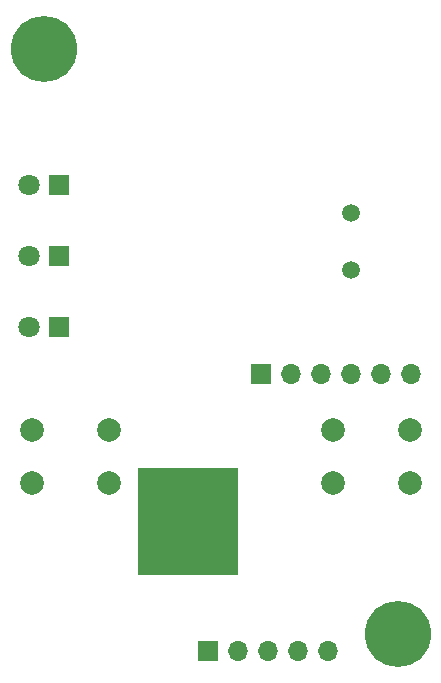
<source format=gbs>
G04 #@! TF.GenerationSoftware,KiCad,Pcbnew,8.0.4*
G04 #@! TF.CreationDate,2024-10-18T17:00:07+02:00*
G04 #@! TF.ProjectId,Atari_SIO2SD_Mini,41746172-695f-4534-994f-3253445f4d69,rev?*
G04 #@! TF.SameCoordinates,Original*
G04 #@! TF.FileFunction,Soldermask,Bot*
G04 #@! TF.FilePolarity,Negative*
%FSLAX46Y46*%
G04 Gerber Fmt 4.6, Leading zero omitted, Abs format (unit mm)*
G04 Created by KiCad (PCBNEW 8.0.4) date 2024-10-18 17:00:07*
%MOMM*%
%LPD*%
G01*
G04 APERTURE LIST*
%ADD10C,0.000000*%
%ADD11C,2.000000*%
%ADD12C,1.500000*%
%ADD13R,1.800000X1.800000*%
%ADD14C,1.800000*%
%ADD15R,1.700000X1.700000*%
%ADD16O,1.700000X1.700000*%
%ADD17C,5.600000*%
G04 APERTURE END LIST*
D10*
G36*
X151500000Y-103500000D02*
G01*
X143000000Y-103500000D01*
X143000000Y-94500000D01*
X151500000Y-94500000D01*
X151500000Y-103500000D01*
G37*
D11*
X134000000Y-91250000D03*
X140500000Y-91250000D03*
X134000000Y-95750000D03*
X140500000Y-95750000D03*
D12*
X161000000Y-72850000D03*
X161000000Y-77730000D03*
D13*
X136275000Y-76537500D03*
D14*
X133735000Y-76537500D03*
D13*
X136275000Y-82537500D03*
D14*
X133735000Y-82537500D03*
D11*
X159500000Y-91250000D03*
X166000000Y-91250000D03*
X159500000Y-95750000D03*
X166000000Y-95750000D03*
D15*
X153400000Y-86500000D03*
D16*
X155940000Y-86500000D03*
X158480000Y-86500000D03*
X161020000Y-86500000D03*
X163560000Y-86500000D03*
X166100000Y-86500000D03*
D15*
X148880000Y-110000000D03*
D16*
X151420000Y-110000000D03*
X153960000Y-110000000D03*
X156500000Y-110000000D03*
X159040000Y-110000000D03*
D17*
X135000000Y-59000000D03*
X165000000Y-108500000D03*
D13*
X136275000Y-70537500D03*
D14*
X133735000Y-70537500D03*
M02*

</source>
